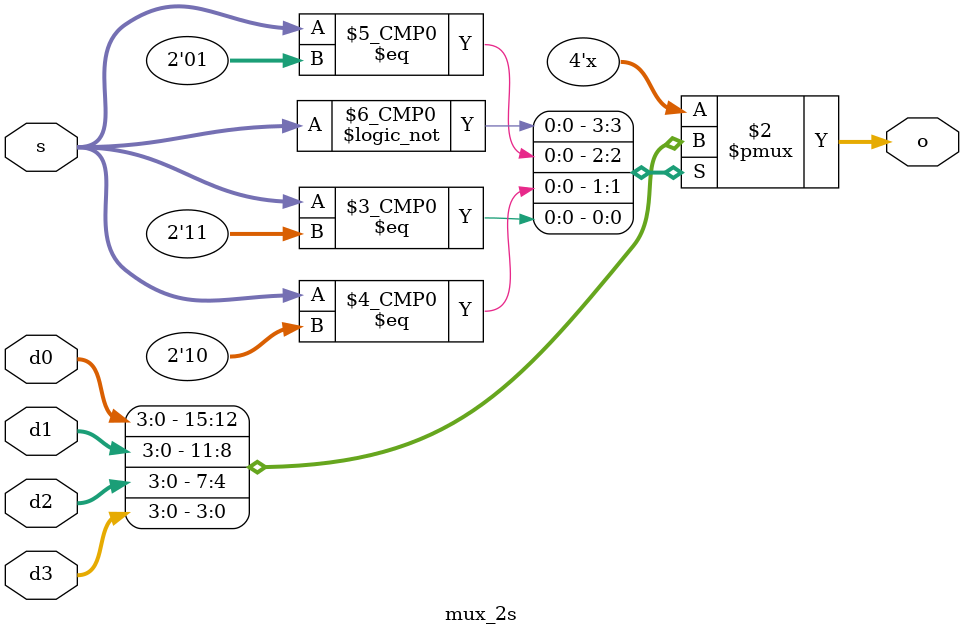
<source format=v>
module mux_2s # (
  parameter w = 4
  ) (
      input [w-1:0] d0, d1, d2, d3,
      input [1:0] s,
      output reg [w-1:0] o
      );
      
    always @ (*) begin 
      case(s)
        2'b00: o <= d0;
        2'b01: o <= d1;
        2'b10: o <= d2;
        2'b11: o <= d3;
      endcase
    end
  endmodule
</source>
